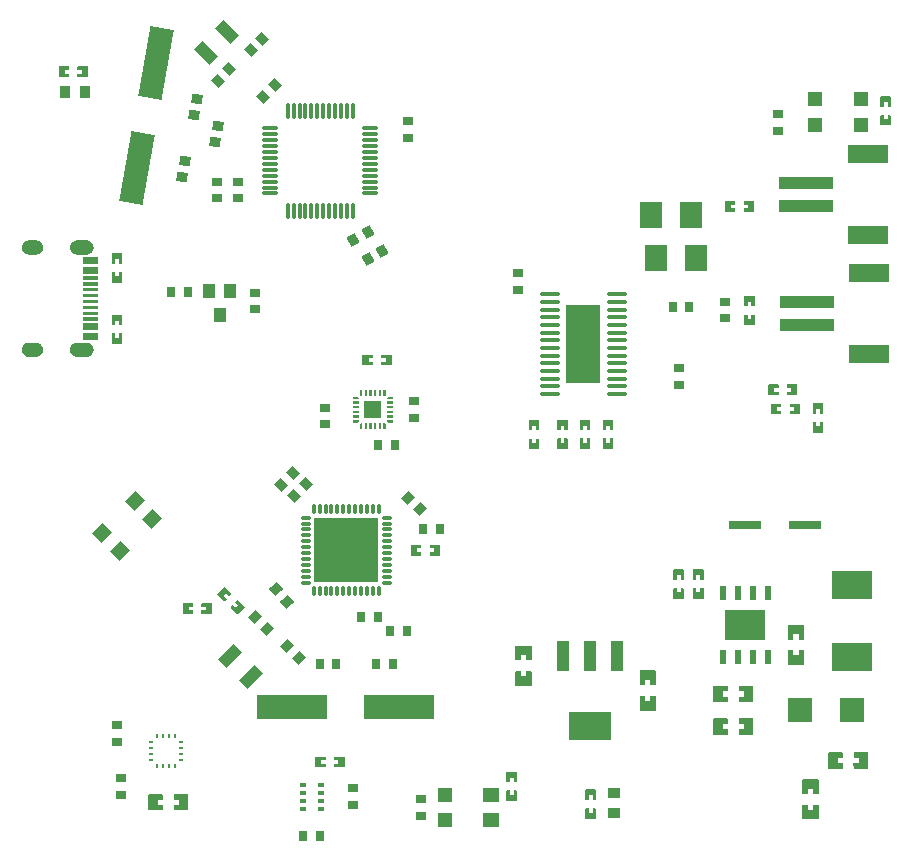
<source format=gtp>
G04 Layer: TopPasteMaskLayer*
G04 EasyEDA v6.5.40, 2024-05-01 14:29:32*
G04 7703e67730494ffebf129c6139567d94,10*
G04 Gerber Generator version 0.2*
G04 Scale: 100 percent, Rotated: No, Reflected: No *
G04 Dimensions in millimeters *
G04 leading zeros omitted , absolute positions ,4 integer and 5 decimal *
%FSLAX45Y45*%
%MOMM*%

%AMMACRO1*21,1,$1,$2,0,0,$3*%
%AMMACRO2*4,1,4,0.2827,0.9898,0.9898,0.2827,-0.2827,-0.9898,-0.9898,-0.2827,0.2827,0.9898,0*%
%AMMACRO3*4,1,4,0.99,-0.283,0.2828,-0.9898,-0.99,0.2827,-0.2828,0.9898,0.99,-0.283,0*%
%AMMACRO4*4,1,4,0.99,-0.2828,0.2828,-0.99,-0.99,0.2828,-0.2828,0.99,0.99,-0.2828,0*%
%ADD10R,1.9000X2.2900*%
%ADD11MACRO1,0.8X0.9X-135.0000*%
%ADD12MACRO1,0.8X0.9002X-135.0000*%
%ADD13MACRO1,0.8001X0.9X44.9871*%
%ADD14MACRO1,0.8001X0.9002X45.0129*%
%ADD15R,0.9000X0.8000*%
%ADD16MACRO1,0.8001X0.9X29.9998*%
%ADD17MACRO1,0.7999X0.9001X30.0089*%
%ADD18MACRO1,0.8001X0.9002X-100.0006*%
%ADD19MACRO1,0.8001X0.9002X79.9994*%
%ADD20MACRO1,0.7998X0.9001X79.9962*%
%ADD21R,0.8999X1.0000*%
%ADD22R,3.5000X2.3500*%
%ADD23R,4.5999X1.0008*%
%ADD24R,3.4011X1.6002*%
%ADD25R,1.3005X1.1506*%
%ADD26MACRO1,1.3005X1.1506X0.0000*%
%ADD27R,2.8000X0.8000*%
%ADD28R,2.0000X2.0000*%
%ADD29O,1.7314926000000002X0.3430016*%
%ADD30R,2.9000X6.7000*%
%ADD31R,1.0000X0.8999*%
%ADD32R,1.1000X2.5000*%
%ADD33MACRO1,3.5999X2.3398X0.0000*%
%ADD34R,0.6000X1.3000*%
%ADD35R,3.5000X2.5000*%
%ADD36R,0.6000X0.4000*%
%ADD37R,0.4500X0.2500*%
%ADD38R,0.2500X0.4500*%
%ADD39O,1.499997X0.27000199999999996*%
%ADD40O,0.27000199999999996X1.499997*%
%ADD41O,0.2800096X0.8999982*%
%ADD42O,0.8999982X0.2800096*%
%ADD43R,5.5000X5.5000*%
%ADD44MACRO2*%
%ADD45MACRO3*%
%ADD46MACRO4*%
%ADD47R,0.8000X0.9000*%
%ADD48MACRO1,0.8001X0.9X-45.0129*%
%ADD49MACRO1,0.8X0.9002X-45.0000*%
%ADD50MACRO1,0.8X0.9002X135.0000*%
%ADD51MACRO1,0.8001X0.8999X79.9994*%
%ADD52MACRO1,0.7998X0.8999X79.9962*%
%ADD53MACRO1,6.0002X2.0002X-99.9998*%
%ADD54MACRO1,6X1.9999X-100.0003*%
%ADD55R,6.0000X2.0000*%
%ADD56MACRO1,0.7999X0.9001X-135.9906*%
%ADD57MACRO1,0.8001X0.9X-136.0033*%
%ADD58MACRO1,0.8001X0.9X-49.9965*%
%ADD59MACRO1,0.7998X0.9X-49.9987*%
%ADD60R,1.0160X1.1430*%
%ADD61MACRO1,1.3005X1.1506X-134.9921*%
%ADD62MACRO1,1.3003X1.1506X-135.0000*%
%ADD63MACRO1,1.3005X1.1509X-134.9921*%
%ADD64MACRO1,1.3005X1.1506X-135.0079*%
%ADD65C,0.0169*%

%LPD*%
G36*
X6395466Y-3255010D02*
G01*
X6390487Y-3259988D01*
X6390487Y-3339998D01*
X6395466Y-3344976D01*
X6475476Y-3344976D01*
X6480505Y-3339998D01*
X6480505Y-3317189D01*
X6443472Y-3317189D01*
X6443472Y-3284169D01*
X6480505Y-3284169D01*
X6480505Y-3259988D01*
X6475476Y-3255010D01*
G37*
G36*
X6555486Y-3255010D02*
G01*
X6550507Y-3259988D01*
X6550507Y-3284169D01*
X6588506Y-3284169D01*
X6588506Y-3317189D01*
X6550507Y-3317189D01*
X6550507Y-3339998D01*
X6555486Y-3344976D01*
X6634480Y-3344976D01*
X6639509Y-3339998D01*
X6639509Y-3259988D01*
X6634480Y-3255010D01*
G37*
G36*
X6579463Y-3420008D02*
G01*
X6574485Y-3424986D01*
X6574485Y-3447796D01*
X6611467Y-3447796D01*
X6611467Y-3480815D01*
X6574485Y-3480815D01*
X6574485Y-3504996D01*
X6579463Y-3509975D01*
X6659473Y-3509975D01*
X6664502Y-3504996D01*
X6664502Y-3424986D01*
X6659473Y-3420008D01*
G37*
G36*
X6420510Y-3420008D02*
G01*
X6415481Y-3424986D01*
X6415481Y-3504996D01*
X6420510Y-3509975D01*
X6499504Y-3509975D01*
X6504482Y-3504996D01*
X6504482Y-3480815D01*
X6466484Y-3480815D01*
X6466484Y-3447796D01*
X6504482Y-3447796D01*
X6504482Y-3424986D01*
X6499504Y-3420008D01*
G37*
G36*
X6774992Y-3574491D02*
G01*
X6769963Y-3579520D01*
X6769963Y-3659479D01*
X6774992Y-3664508D01*
X6855002Y-3664508D01*
X6859981Y-3659479D01*
X6859981Y-3579520D01*
X6855002Y-3574491D01*
X6832193Y-3574491D01*
X6832193Y-3611473D01*
X6799173Y-3611473D01*
X6799173Y-3574491D01*
G37*
G36*
X6774992Y-3415487D02*
G01*
X6769963Y-3420516D01*
X6769963Y-3499510D01*
X6774992Y-3504488D01*
X6799173Y-3504488D01*
X6799173Y-3466490D01*
X6832193Y-3466490D01*
X6832193Y-3504488D01*
X6855002Y-3504488D01*
X6859981Y-3499510D01*
X6859981Y-3420516D01*
X6855002Y-3415487D01*
G37*
G36*
X840130Y-2304491D02*
G01*
X835101Y-2309520D01*
X835101Y-2389479D01*
X840130Y-2394508D01*
X920089Y-2394508D01*
X925118Y-2389479D01*
X925118Y-2309520D01*
X920089Y-2304491D01*
X897331Y-2304491D01*
X897331Y-2341473D01*
X864311Y-2341473D01*
X864311Y-2304491D01*
G37*
G36*
X840130Y-2145487D02*
G01*
X835101Y-2150516D01*
X835101Y-2229510D01*
X840130Y-2234488D01*
X864311Y-2234488D01*
X864311Y-2196490D01*
X897331Y-2196490D01*
X897331Y-2234488D01*
X920089Y-2234488D01*
X925118Y-2229510D01*
X925118Y-2150516D01*
X920089Y-2145487D01*
G37*
G36*
X4850028Y-6844487D02*
G01*
X4844999Y-6849516D01*
X4844999Y-6929475D01*
X4850028Y-6934504D01*
X4929987Y-6934504D01*
X4935016Y-6929475D01*
X4935016Y-6849516D01*
X4929987Y-6844487D01*
X4907229Y-6844487D01*
X4907229Y-6881520D01*
X4874209Y-6881520D01*
X4874209Y-6844487D01*
G37*
G36*
X4850028Y-6685483D02*
G01*
X4844999Y-6690512D01*
X4844999Y-6769506D01*
X4850028Y-6774484D01*
X4874209Y-6774484D01*
X4874209Y-6736486D01*
X4907229Y-6736486D01*
X4907229Y-6774484D01*
X4929987Y-6774484D01*
X4935016Y-6769506D01*
X4935016Y-6690512D01*
X4929987Y-6685483D01*
G37*
G36*
X592378Y-2820060D02*
G01*
X592378Y-2880055D01*
X722376Y-2880055D01*
X722376Y-2820060D01*
G37*
G36*
X592328Y-2440025D02*
G01*
X592328Y-2470048D01*
X722376Y-2470048D01*
X722376Y-2440025D01*
G37*
G36*
X592328Y-2180031D02*
G01*
X592328Y-2240026D01*
X722376Y-2240026D01*
X722325Y-2180031D01*
G37*
G36*
X592328Y-2540050D02*
G01*
X592328Y-2570022D01*
X722376Y-2570022D01*
X722376Y-2540050D01*
G37*
G36*
X592328Y-2690063D02*
G01*
X592328Y-2720035D01*
X722325Y-2720035D01*
X722325Y-2690063D01*
G37*
G36*
X592328Y-2390038D02*
G01*
X592328Y-2420061D01*
X722325Y-2420061D01*
X722325Y-2390038D01*
G37*
G36*
X592328Y-2640025D02*
G01*
X592328Y-2669997D01*
X722325Y-2669997D01*
X722325Y-2640025D01*
G37*
G36*
X592328Y-2590038D02*
G01*
X592328Y-2620060D01*
X722325Y-2620060D01*
X722325Y-2590038D01*
G37*
G36*
X592328Y-2340051D02*
G01*
X592328Y-2370023D01*
X722325Y-2370023D01*
X722325Y-2340051D01*
G37*
G36*
X592328Y-2490063D02*
G01*
X592328Y-2520035D01*
X722325Y-2520035D01*
X722325Y-2490063D01*
G37*
G36*
X592328Y-2260041D02*
G01*
X592328Y-2320036D01*
X722325Y-2320036D01*
X722325Y-2260041D01*
G37*
G36*
X540512Y-2037537D02*
G01*
X534517Y-2037842D01*
X528624Y-2038705D01*
X522833Y-2040178D01*
X517194Y-2042210D01*
X511809Y-2044852D01*
X506730Y-2047951D01*
X501954Y-2051557D01*
X497535Y-2055622D01*
X493623Y-2060092D01*
X490118Y-2064969D01*
X487121Y-2070150D01*
X484682Y-2075586D01*
X482752Y-2081275D01*
X481431Y-2087118D01*
X480669Y-2093061D01*
X480517Y-2099005D01*
X480974Y-2104999D01*
X481990Y-2110892D01*
X483616Y-2116632D01*
X485800Y-2122220D01*
X488543Y-2127504D01*
X491794Y-2132533D01*
X495503Y-2137206D01*
X499719Y-2141524D01*
X504291Y-2145334D01*
X509219Y-2148738D01*
X514502Y-2151583D01*
X519988Y-2153920D01*
X525729Y-2155647D01*
X531571Y-2156866D01*
X537514Y-2157425D01*
X620522Y-2157526D01*
X626465Y-2157222D01*
X632409Y-2156358D01*
X638200Y-2154834D01*
X643839Y-2152802D01*
X649224Y-2150211D01*
X654304Y-2147112D01*
X659079Y-2143506D01*
X663448Y-2139442D01*
X667410Y-2134920D01*
X670915Y-2130094D01*
X673912Y-2124913D01*
X676351Y-2119426D01*
X678281Y-2113788D01*
X679602Y-2107946D01*
X680364Y-2102002D01*
X680516Y-2096007D01*
X680059Y-2090064D01*
X678992Y-2084171D01*
X677367Y-2078431D01*
X675182Y-2072843D01*
X672490Y-2067509D01*
X669239Y-2062480D01*
X665480Y-2057806D01*
X661314Y-2053539D01*
X656742Y-2049678D01*
X651814Y-2046325D01*
X646531Y-2043480D01*
X641045Y-2041143D01*
X635304Y-2039366D01*
X629462Y-2038197D01*
X623519Y-2037588D01*
G37*
G36*
X540512Y-2902559D02*
G01*
X534517Y-2902864D01*
X528624Y-2903728D01*
X522833Y-2905201D01*
X517194Y-2907233D01*
X511809Y-2909874D01*
X506730Y-2912973D01*
X501954Y-2916580D01*
X497535Y-2920644D01*
X493623Y-2925114D01*
X490118Y-2929991D01*
X487121Y-2935173D01*
X484682Y-2940608D01*
X482752Y-2946298D01*
X481431Y-2952140D01*
X480669Y-2958084D01*
X480517Y-2964027D01*
X480974Y-2970022D01*
X481990Y-2975914D01*
X483616Y-2981655D01*
X485800Y-2987243D01*
X488543Y-2992526D01*
X491794Y-2997555D01*
X495503Y-3002229D01*
X499719Y-3006547D01*
X504291Y-3010357D01*
X509219Y-3013760D01*
X514502Y-3016605D01*
X519988Y-3018942D01*
X525729Y-3020669D01*
X531571Y-3021888D01*
X537514Y-3022447D01*
X620522Y-3022549D01*
X626465Y-3022244D01*
X632409Y-3021380D01*
X638200Y-3019907D01*
X643839Y-3017824D01*
X649224Y-3015234D01*
X654304Y-3012135D01*
X659079Y-3008528D01*
X663448Y-3004464D01*
X667410Y-2999943D01*
X670915Y-2995117D01*
X673912Y-2989935D01*
X676351Y-2984449D01*
X678281Y-2978810D01*
X679602Y-2972968D01*
X680364Y-2967024D01*
X680516Y-2961030D01*
X680059Y-2955086D01*
X678992Y-2949194D01*
X677367Y-2943453D01*
X675182Y-2937865D01*
X672490Y-2932531D01*
X669239Y-2927502D01*
X665480Y-2922828D01*
X661314Y-2918561D01*
X656742Y-2914700D01*
X651814Y-2911348D01*
X646531Y-2908503D01*
X641045Y-2906166D01*
X635304Y-2904388D01*
X629462Y-2903220D01*
X623519Y-2902610D01*
G37*
G36*
X132537Y-2037537D02*
G01*
X126542Y-2037842D01*
X120650Y-2038705D01*
X114858Y-2040178D01*
X109220Y-2042210D01*
X103835Y-2044852D01*
X98704Y-2047951D01*
X93929Y-2051557D01*
X89560Y-2055622D01*
X85598Y-2060092D01*
X82143Y-2064969D01*
X79146Y-2070150D01*
X76657Y-2075586D01*
X74777Y-2081275D01*
X73456Y-2087118D01*
X72694Y-2093061D01*
X72542Y-2099005D01*
X72999Y-2104999D01*
X74015Y-2110892D01*
X75641Y-2116632D01*
X77825Y-2122220D01*
X80568Y-2127504D01*
X83820Y-2132533D01*
X87528Y-2137206D01*
X91694Y-2141524D01*
X96316Y-2145334D01*
X101244Y-2148738D01*
X106476Y-2151583D01*
X112014Y-2153920D01*
X117703Y-2155647D01*
X123596Y-2156866D01*
X129539Y-2157425D01*
X192532Y-2157526D01*
X198475Y-2157222D01*
X204419Y-2156358D01*
X210210Y-2154834D01*
X215849Y-2152802D01*
X221234Y-2150211D01*
X226314Y-2147112D01*
X231089Y-2143506D01*
X235458Y-2139442D01*
X239420Y-2134920D01*
X242925Y-2130094D01*
X245922Y-2124913D01*
X248361Y-2119426D01*
X250291Y-2113788D01*
X251612Y-2107946D01*
X252374Y-2102002D01*
X252475Y-2096007D01*
X252069Y-2090064D01*
X251002Y-2084171D01*
X249377Y-2078431D01*
X247192Y-2072843D01*
X244500Y-2067509D01*
X241249Y-2062480D01*
X237490Y-2057806D01*
X233324Y-2053539D01*
X228752Y-2049678D01*
X223824Y-2046325D01*
X218541Y-2043480D01*
X213055Y-2041143D01*
X207314Y-2039366D01*
X201472Y-2038197D01*
X195529Y-2037588D01*
G37*
G36*
X132537Y-2902559D02*
G01*
X126542Y-2902864D01*
X120650Y-2903728D01*
X114858Y-2905201D01*
X109220Y-2907233D01*
X103835Y-2909874D01*
X98704Y-2912973D01*
X93929Y-2916580D01*
X89560Y-2920644D01*
X85598Y-2925114D01*
X82143Y-2929991D01*
X79146Y-2935173D01*
X76657Y-2940608D01*
X74777Y-2946298D01*
X73456Y-2952140D01*
X72694Y-2958084D01*
X72542Y-2964027D01*
X72999Y-2970022D01*
X74015Y-2975914D01*
X75641Y-2981655D01*
X77825Y-2987243D01*
X80568Y-2992526D01*
X83820Y-2997555D01*
X87528Y-3002229D01*
X91694Y-3006547D01*
X96316Y-3010357D01*
X101244Y-3013760D01*
X106476Y-3016605D01*
X112014Y-3018942D01*
X117703Y-3020669D01*
X123596Y-3021888D01*
X129539Y-3022447D01*
X192532Y-3022549D01*
X198475Y-3022244D01*
X204419Y-3021380D01*
X210210Y-3019907D01*
X215849Y-3017824D01*
X221234Y-3015234D01*
X226314Y-3012135D01*
X231089Y-3008528D01*
X235458Y-3004464D01*
X239420Y-2999943D01*
X242925Y-2995117D01*
X245922Y-2989935D01*
X248361Y-2984449D01*
X250291Y-2978810D01*
X251612Y-2972968D01*
X252374Y-2967024D01*
X252475Y-2961030D01*
X252069Y-2955086D01*
X251002Y-2949194D01*
X249377Y-2943453D01*
X247192Y-2937865D01*
X244500Y-2932531D01*
X241249Y-2927502D01*
X237490Y-2922828D01*
X233324Y-2918561D01*
X228752Y-2914700D01*
X223824Y-2911348D01*
X218541Y-2908503D01*
X213055Y-2906166D01*
X207314Y-2904388D01*
X201472Y-2903220D01*
X195529Y-2902610D01*
G37*
G36*
X592378Y-2740050D02*
G01*
X592378Y-2800045D01*
X722376Y-2800045D01*
X722376Y-2740050D01*
G37*
G36*
X2721762Y-6409131D02*
G01*
X2716733Y-6414160D01*
X2716733Y-6436918D01*
X2753715Y-6436918D01*
X2753715Y-6469938D01*
X2716733Y-6469938D01*
X2716733Y-6494119D01*
X2721762Y-6499148D01*
X2801721Y-6499148D01*
X2806750Y-6494119D01*
X2806750Y-6414160D01*
X2801721Y-6409131D01*
G37*
G36*
X2562758Y-6409131D02*
G01*
X2557729Y-6414160D01*
X2557729Y-6494119D01*
X2562758Y-6499148D01*
X2641752Y-6499148D01*
X2646730Y-6494119D01*
X2646730Y-6469938D01*
X2608732Y-6469938D01*
X2608732Y-6436918D01*
X2646730Y-6436918D01*
X2646730Y-6414160D01*
X2641752Y-6409131D01*
G37*
G36*
X1784299Y-4971288D02*
G01*
X1727707Y-5027879D01*
X1727707Y-5034940D01*
X1784299Y-5091480D01*
X1791360Y-5091480D01*
X1807464Y-5075377D01*
X1781302Y-5049215D01*
X1804670Y-5025898D01*
X1830832Y-5052060D01*
X1847951Y-5034940D01*
X1847951Y-5027879D01*
X1791360Y-4971288D01*
G37*
G36*
X1897430Y-5084419D02*
G01*
X1880311Y-5101539D01*
X1907184Y-5128412D01*
X1883867Y-5151729D01*
X1856993Y-5124907D01*
X1840839Y-5141010D01*
X1840839Y-5148072D01*
X1896719Y-5203952D01*
X1903780Y-5203952D01*
X1960372Y-5147360D01*
X1960372Y-5140299D01*
X1904492Y-5084419D01*
G37*
G36*
X1599488Y-5109972D02*
G01*
X1594510Y-5115001D01*
X1594510Y-5137810D01*
X1631492Y-5137810D01*
X1631492Y-5170779D01*
X1594510Y-5170779D01*
X1594510Y-5195011D01*
X1599488Y-5199989D01*
X1679498Y-5199989D01*
X1684477Y-5195011D01*
X1684477Y-5115001D01*
X1679498Y-5109972D01*
G37*
G36*
X1440484Y-5109972D02*
G01*
X1435506Y-5115001D01*
X1435506Y-5195011D01*
X1440484Y-5199989D01*
X1519478Y-5199989D01*
X1524508Y-5195011D01*
X1524508Y-5170779D01*
X1486509Y-5170779D01*
X1486509Y-5137810D01*
X1524508Y-5137810D01*
X1524508Y-5115001D01*
X1519478Y-5109972D01*
G37*
G36*
X2960471Y-3004972D02*
G01*
X2955493Y-3010001D01*
X2955493Y-3090011D01*
X2960471Y-3094990D01*
X3040481Y-3094990D01*
X3045510Y-3090011D01*
X3045510Y-3067202D01*
X3008477Y-3067202D01*
X3008477Y-3034182D01*
X3045510Y-3034182D01*
X3045510Y-3010001D01*
X3040481Y-3004972D01*
G37*
G36*
X3120491Y-3004972D02*
G01*
X3115513Y-3010001D01*
X3115513Y-3034182D01*
X3153511Y-3034182D01*
X3153511Y-3067202D01*
X3115513Y-3067202D01*
X3115513Y-3090011D01*
X3120491Y-3094990D01*
X3199485Y-3094990D01*
X3204514Y-3090011D01*
X3204514Y-3010001D01*
X3199485Y-3004972D01*
G37*
G36*
X4369968Y-3555492D02*
G01*
X4364990Y-3560470D01*
X4364990Y-3640480D01*
X4369968Y-3645509D01*
X4392777Y-3645509D01*
X4392777Y-3608476D01*
X4425797Y-3608476D01*
X4425797Y-3645509D01*
X4449978Y-3645509D01*
X4455007Y-3640480D01*
X4455007Y-3560470D01*
X4449978Y-3555492D01*
G37*
G36*
X4369968Y-3715512D02*
G01*
X4364990Y-3720490D01*
X4364990Y-3799484D01*
X4369968Y-3804513D01*
X4449978Y-3804513D01*
X4455007Y-3799484D01*
X4455007Y-3720490D01*
X4449978Y-3715512D01*
X4425797Y-3715512D01*
X4425797Y-3753510D01*
X4392777Y-3753510D01*
X4392777Y-3715512D01*
G37*
G36*
X5932525Y-6083960D02*
G01*
X5927496Y-6088989D01*
X5927496Y-6216954D01*
X5932525Y-6221984D01*
X6047536Y-6221984D01*
X6052515Y-6216954D01*
X6052007Y-6174994D01*
X6008014Y-6174994D01*
X6008014Y-6129985D01*
X6053023Y-6129985D01*
X6052515Y-6088989D01*
X6047536Y-6083960D01*
G37*
G36*
X6147511Y-6083960D02*
G01*
X6142532Y-6088989D01*
X6143040Y-6129985D01*
X6187033Y-6129985D01*
X6187033Y-6174994D01*
X6142532Y-6174994D01*
X6142532Y-6216954D01*
X6147511Y-6221984D01*
X6262522Y-6221984D01*
X6267500Y-6216954D01*
X6267500Y-6088989D01*
X6262522Y-6083960D01*
G37*
G36*
X6604508Y-5506872D02*
G01*
X6563512Y-5507380D01*
X6558483Y-5512409D01*
X6558483Y-5627370D01*
X6563512Y-5632399D01*
X6691477Y-5632399D01*
X6696506Y-5627370D01*
X6696506Y-5512409D01*
X6691477Y-5507380D01*
X6649516Y-5507888D01*
X6649516Y-5551881D01*
X6604508Y-5551881D01*
G37*
G36*
X6563512Y-5292394D02*
G01*
X6558483Y-5297373D01*
X6558483Y-5412384D01*
X6563512Y-5417362D01*
X6604508Y-5416905D01*
X6604508Y-5372862D01*
X6649516Y-5372862D01*
X6649516Y-5417362D01*
X6691477Y-5417362D01*
X6696506Y-5412384D01*
X6696506Y-5297373D01*
X6691477Y-5292394D01*
G37*
G36*
X5932525Y-5808980D02*
G01*
X5927496Y-5813958D01*
X5927496Y-5941974D01*
X5932525Y-5946952D01*
X6047536Y-5946952D01*
X6052515Y-5941974D01*
X6052007Y-5899962D01*
X6008014Y-5899962D01*
X6008014Y-5855004D01*
X6053023Y-5855004D01*
X6052515Y-5813958D01*
X6047536Y-5808980D01*
G37*
G36*
X6147511Y-5808980D02*
G01*
X6142532Y-5813958D01*
X6143040Y-5855004D01*
X6187033Y-5855004D01*
X6187033Y-5899962D01*
X6142532Y-5899962D01*
X6142532Y-5941974D01*
X6147511Y-5946952D01*
X6262522Y-5946952D01*
X6267500Y-5941974D01*
X6267500Y-5813958D01*
X6262522Y-5808980D01*
G37*
G36*
X5594908Y-4820462D02*
G01*
X5589930Y-4825492D01*
X5589930Y-4905502D01*
X5594908Y-4910480D01*
X5617718Y-4910480D01*
X5617718Y-4873498D01*
X5650738Y-4873498D01*
X5650738Y-4910480D01*
X5674918Y-4910480D01*
X5679897Y-4905502D01*
X5679897Y-4825492D01*
X5674918Y-4820462D01*
G37*
G36*
X5594908Y-4980482D02*
G01*
X5589930Y-4985461D01*
X5589930Y-5064455D01*
X5594908Y-5069484D01*
X5674918Y-5069484D01*
X5679897Y-5064455D01*
X5679897Y-4985461D01*
X5674918Y-4980482D01*
X5650738Y-4980482D01*
X5650738Y-5018481D01*
X5617718Y-5018481D01*
X5617718Y-4980482D01*
G37*
G36*
X5760008Y-4979466D02*
G01*
X5755030Y-4984496D01*
X5755030Y-5064506D01*
X5760008Y-5069484D01*
X5840018Y-5069484D01*
X5844997Y-5064506D01*
X5844997Y-4984496D01*
X5840018Y-4979466D01*
X5817209Y-4979466D01*
X5817209Y-5016500D01*
X5784240Y-5016500D01*
X5784240Y-4979466D01*
G37*
G36*
X5760008Y-4820462D02*
G01*
X5755030Y-4825492D01*
X5755030Y-4904486D01*
X5760008Y-4909464D01*
X5784240Y-4909464D01*
X5784240Y-4871466D01*
X5817209Y-4871466D01*
X5817209Y-4909464D01*
X5840018Y-4909464D01*
X5844997Y-4904486D01*
X5844997Y-4825492D01*
X5840018Y-4820462D01*
G37*
G36*
X3162503Y-3519982D02*
G01*
X3162503Y-3539998D01*
X3212998Y-3539998D01*
X3212998Y-3519982D01*
G37*
G36*
X3172460Y-3360013D02*
G01*
X3162452Y-3369970D01*
X3162503Y-3379978D01*
X3212998Y-3379978D01*
X3212998Y-3360013D01*
G37*
G36*
X3162503Y-3399993D02*
G01*
X3162503Y-3420008D01*
X3212998Y-3420008D01*
X3212998Y-3399993D01*
G37*
G36*
X3162503Y-3480003D02*
G01*
X3162503Y-3499967D01*
X3212998Y-3499967D01*
X3212998Y-3480003D01*
G37*
G36*
X3162503Y-3440023D02*
G01*
X3162503Y-3459987D01*
X3212998Y-3459987D01*
X3212998Y-3440023D01*
G37*
G36*
X3162503Y-3560013D02*
G01*
X3162452Y-3570020D01*
X3172460Y-3579977D01*
X3212998Y-3579977D01*
X3212998Y-3560013D01*
G37*
G36*
X3135020Y-3302000D02*
G01*
X3135020Y-3352495D01*
X3144977Y-3352546D01*
X3154984Y-3342538D01*
X3154984Y-3302000D01*
G37*
G36*
X3144977Y-3587445D02*
G01*
X3134969Y-3587496D01*
X3134969Y-3637991D01*
X3154984Y-3637991D01*
X3154984Y-3597452D01*
G37*
G36*
X3094990Y-3302000D02*
G01*
X3094990Y-3352495D01*
X3115005Y-3352495D01*
X3115005Y-3302000D01*
G37*
G36*
X3094990Y-3587496D02*
G01*
X3094990Y-3637991D01*
X3115005Y-3637991D01*
X3115005Y-3587496D01*
G37*
G36*
X3054959Y-3302000D02*
G01*
X3054959Y-3352495D01*
X3074974Y-3352495D01*
X3074974Y-3302000D01*
G37*
G36*
X3054959Y-3587496D02*
G01*
X3054959Y-3637991D01*
X3074974Y-3637991D01*
X3074974Y-3587496D01*
G37*
G36*
X3015030Y-3302000D02*
G01*
X3015030Y-3352495D01*
X3034995Y-3352495D01*
X3034995Y-3302000D01*
G37*
G36*
X3015030Y-3587496D02*
G01*
X3015030Y-3637991D01*
X3034995Y-3637991D01*
X3034995Y-3587496D01*
G37*
G36*
X2975000Y-3302000D02*
G01*
X2975000Y-3352495D01*
X2995015Y-3352495D01*
X2995015Y-3302000D01*
G37*
G36*
X2975000Y-3587496D02*
G01*
X2975000Y-3637991D01*
X2995015Y-3637991D01*
X2995015Y-3587496D01*
G37*
G36*
X2935020Y-3302000D02*
G01*
X2935020Y-3342538D01*
X2944977Y-3352546D01*
X2954985Y-3352495D01*
X2954985Y-3302000D01*
G37*
G36*
X2944977Y-3587445D02*
G01*
X2934970Y-3597452D01*
X2934970Y-3637991D01*
X2954985Y-3637991D01*
X2954985Y-3587496D01*
G37*
G36*
X2877007Y-3360013D02*
G01*
X2877007Y-3380028D01*
X2927502Y-3380028D01*
X2927553Y-3370021D01*
X2917545Y-3360013D01*
G37*
G36*
X2877007Y-3560013D02*
G01*
X2877007Y-3579977D01*
X2917545Y-3579977D01*
X2927553Y-3570020D01*
X2927502Y-3560013D01*
G37*
G36*
X2877007Y-3519982D02*
G01*
X2877007Y-3539998D01*
X2927502Y-3539998D01*
X2927502Y-3519982D01*
G37*
G36*
X2877007Y-3399993D02*
G01*
X2877007Y-3420008D01*
X2927502Y-3420008D01*
X2927502Y-3399993D01*
G37*
G36*
X2877007Y-3480003D02*
G01*
X2877007Y-3499967D01*
X2927502Y-3499967D01*
X2927502Y-3480003D01*
G37*
G36*
X2877007Y-3440023D02*
G01*
X2877007Y-3459987D01*
X2927502Y-3459987D01*
X2927502Y-3440023D01*
G37*
G36*
X2972968Y-3398012D02*
G01*
X2972968Y-3541979D01*
X3116986Y-3541979D01*
X3116986Y-3398012D01*
G37*
G36*
X4610100Y-3714546D02*
G01*
X4605121Y-3719576D01*
X4605121Y-3799535D01*
X4610100Y-3804564D01*
X4690110Y-3804564D01*
X4695088Y-3799535D01*
X4695088Y-3719576D01*
X4690110Y-3714546D01*
X4667300Y-3714546D01*
X4667300Y-3751579D01*
X4634331Y-3751579D01*
X4634331Y-3714546D01*
G37*
G36*
X4610100Y-3555542D02*
G01*
X4605121Y-3560572D01*
X4605121Y-3639565D01*
X4610100Y-3644544D01*
X4634331Y-3644544D01*
X4634331Y-3606546D01*
X4667300Y-3606546D01*
X4667300Y-3644544D01*
X4690110Y-3644544D01*
X4695088Y-3639565D01*
X4695088Y-3560572D01*
X4690110Y-3555542D01*
G37*
G36*
X4800092Y-3714546D02*
G01*
X4795113Y-3719576D01*
X4795113Y-3799535D01*
X4800092Y-3804564D01*
X4880102Y-3804564D01*
X4885080Y-3799535D01*
X4885080Y-3719576D01*
X4880102Y-3714546D01*
X4857292Y-3714546D01*
X4857292Y-3751579D01*
X4824323Y-3751579D01*
X4824323Y-3714546D01*
G37*
G36*
X4800092Y-3555542D02*
G01*
X4795113Y-3560572D01*
X4795113Y-3639565D01*
X4800092Y-3644544D01*
X4824323Y-3644544D01*
X4824323Y-3606546D01*
X4857292Y-3606546D01*
X4857292Y-3644544D01*
X4880102Y-3644544D01*
X4885080Y-3639565D01*
X4885080Y-3560572D01*
X4880102Y-3555542D01*
G37*
G36*
X4994910Y-3714546D02*
G01*
X4989931Y-3719576D01*
X4989931Y-3799535D01*
X4994910Y-3804564D01*
X5074920Y-3804564D01*
X5079898Y-3799535D01*
X5079898Y-3719576D01*
X5074920Y-3714546D01*
X5052110Y-3714546D01*
X5052110Y-3751579D01*
X5019141Y-3751579D01*
X5019141Y-3714546D01*
G37*
G36*
X4994910Y-3555542D02*
G01*
X4989931Y-3560572D01*
X4989931Y-3639565D01*
X4994910Y-3644544D01*
X5019141Y-3644544D01*
X5019141Y-3606546D01*
X5052110Y-3606546D01*
X5052110Y-3644544D01*
X5074920Y-3644544D01*
X5079898Y-3639565D01*
X5079898Y-3560572D01*
X5074920Y-3555542D01*
G37*
G36*
X4179976Y-6694474D02*
G01*
X4174998Y-6699503D01*
X4174998Y-6779514D01*
X4179976Y-6784492D01*
X4259986Y-6784492D01*
X4264964Y-6779514D01*
X4264964Y-6699503D01*
X4259986Y-6694474D01*
X4237177Y-6694474D01*
X4237177Y-6731508D01*
X4204208Y-6731508D01*
X4204208Y-6694474D01*
G37*
G36*
X4179976Y-6535470D02*
G01*
X4174998Y-6540500D01*
X4174998Y-6619494D01*
X4179976Y-6624472D01*
X4204208Y-6624472D01*
X4204208Y-6586474D01*
X4237177Y-6586474D01*
X4237177Y-6624472D01*
X4259986Y-6624472D01*
X4264964Y-6619494D01*
X4264964Y-6540500D01*
X4259986Y-6535470D01*
G37*
G36*
X3530396Y-4616196D02*
G01*
X3525367Y-4621174D01*
X3525367Y-4643983D01*
X3562400Y-4643983D01*
X3562400Y-4676952D01*
X3525367Y-4676952D01*
X3525367Y-4701184D01*
X3530396Y-4706162D01*
X3610356Y-4706162D01*
X3615385Y-4701184D01*
X3615385Y-4621174D01*
X3610356Y-4616196D01*
G37*
G36*
X3371392Y-4616196D02*
G01*
X3366363Y-4621174D01*
X3366363Y-4701184D01*
X3371392Y-4706162D01*
X3450386Y-4706162D01*
X3455365Y-4701184D01*
X3455365Y-4676952D01*
X3417366Y-4676952D01*
X3417366Y-4643983D01*
X3455365Y-4643983D01*
X3455365Y-4621174D01*
X3450386Y-4616196D01*
G37*
G36*
X1147826Y-6725716D02*
G01*
X1142847Y-6730695D01*
X1142847Y-6858711D01*
X1147826Y-6863689D01*
X1262837Y-6863689D01*
X1267815Y-6858711D01*
X1267307Y-6816699D01*
X1223314Y-6816699D01*
X1223314Y-6771690D01*
X1268323Y-6771690D01*
X1267815Y-6730695D01*
X1262837Y-6725716D01*
G37*
G36*
X1362811Y-6725716D02*
G01*
X1357833Y-6730695D01*
X1358341Y-6771690D01*
X1402334Y-6771690D01*
X1402334Y-6816699D01*
X1357833Y-6816699D01*
X1357833Y-6858711D01*
X1362811Y-6863689D01*
X1477822Y-6863689D01*
X1482852Y-6858711D01*
X1482852Y-6730695D01*
X1477822Y-6725716D01*
G37*
G36*
X4297426Y-5682843D02*
G01*
X4256430Y-5683351D01*
X4251452Y-5688380D01*
X4251452Y-5803341D01*
X4256430Y-5808370D01*
X4384446Y-5808370D01*
X4389424Y-5803341D01*
X4389424Y-5688380D01*
X4384446Y-5683351D01*
X4342434Y-5683859D01*
X4342434Y-5727852D01*
X4297426Y-5727852D01*
G37*
G36*
X4256430Y-5468366D02*
G01*
X4251452Y-5473344D01*
X4251452Y-5588355D01*
X4256430Y-5593384D01*
X4297426Y-5592876D01*
X4297426Y-5548884D01*
X4342434Y-5548884D01*
X4342434Y-5593384D01*
X4384446Y-5593384D01*
X4389424Y-5588355D01*
X4389424Y-5473344D01*
X4384446Y-5468366D01*
G37*
G36*
X5349443Y-5892342D02*
G01*
X5308447Y-5892850D01*
X5303418Y-5897829D01*
X5303418Y-6012840D01*
X5308447Y-6017818D01*
X5436463Y-6017818D01*
X5441442Y-6012840D01*
X5441442Y-5897829D01*
X5436463Y-5892850D01*
X5394452Y-5893358D01*
X5394452Y-5937351D01*
X5349443Y-5937351D01*
G37*
G36*
X5308447Y-5677814D02*
G01*
X5303418Y-5682843D01*
X5303418Y-5797854D01*
X5308447Y-5802833D01*
X5349443Y-5802325D01*
X5349443Y-5758332D01*
X5394452Y-5758332D01*
X5394452Y-5802833D01*
X5436463Y-5802833D01*
X5441442Y-5797854D01*
X5441442Y-5682843D01*
X5436463Y-5677814D01*
G37*
G36*
X6685991Y-6599986D02*
G01*
X6680962Y-6604965D01*
X6680962Y-6719976D01*
X6685991Y-6725005D01*
X6728002Y-6724497D01*
X6728002Y-6680504D01*
X6772960Y-6680504D01*
X6772960Y-6725462D01*
X6814007Y-6725005D01*
X6818985Y-6719976D01*
X6818985Y-6604965D01*
X6814007Y-6599986D01*
G37*
G36*
X6685991Y-6814972D02*
G01*
X6680962Y-6820001D01*
X6680962Y-6934962D01*
X6685991Y-6939991D01*
X6814007Y-6939991D01*
X6818985Y-6934962D01*
X6818985Y-6820001D01*
X6814007Y-6814972D01*
X6772960Y-6815480D01*
X6772960Y-6859473D01*
X6728002Y-6859473D01*
X6728002Y-6814972D01*
G37*
G36*
X6195009Y-2505506D02*
G01*
X6189980Y-2510485D01*
X6189980Y-2590495D01*
X6195009Y-2595473D01*
X6217767Y-2595473D01*
X6217767Y-2558491D01*
X6250787Y-2558491D01*
X6250787Y-2595473D01*
X6274968Y-2595473D01*
X6279997Y-2590495D01*
X6279997Y-2510485D01*
X6274968Y-2505506D01*
G37*
G36*
X6195009Y-2665476D02*
G01*
X6189980Y-2670505D01*
X6189980Y-2749499D01*
X6195009Y-2754477D01*
X6274968Y-2754477D01*
X6279997Y-2749499D01*
X6279997Y-2670505D01*
X6274968Y-2665476D01*
X6250787Y-2665476D01*
X6250787Y-2703474D01*
X6217767Y-2703474D01*
X6217767Y-2665476D01*
G37*
G36*
X7119975Y-6370980D02*
G01*
X7114997Y-6376009D01*
X7115505Y-6417970D01*
X7159498Y-6417970D01*
X7159498Y-6462979D01*
X7114489Y-6462979D01*
X7114997Y-6503974D01*
X7119975Y-6509004D01*
X7234986Y-6509004D01*
X7239965Y-6503974D01*
X7239965Y-6376009D01*
X7234986Y-6370980D01*
G37*
G36*
X6904990Y-6370980D02*
G01*
X6900011Y-6376009D01*
X6900011Y-6503974D01*
X6904990Y-6509004D01*
X7020001Y-6509004D01*
X7024979Y-6503974D01*
X7024471Y-6462979D01*
X6980478Y-6462979D01*
X6980478Y-6417970D01*
X7024979Y-6417970D01*
X7024979Y-6376009D01*
X7020001Y-6370980D01*
G37*
G36*
X6030468Y-1705000D02*
G01*
X6025489Y-1709978D01*
X6025489Y-1789988D01*
X6030468Y-1795018D01*
X6110478Y-1795018D01*
X6115507Y-1789988D01*
X6115507Y-1767179D01*
X6078474Y-1767179D01*
X6078474Y-1734210D01*
X6115507Y-1734210D01*
X6115507Y-1709978D01*
X6110478Y-1705000D01*
G37*
G36*
X6190488Y-1705000D02*
G01*
X6185509Y-1709978D01*
X6185509Y-1734210D01*
X6223508Y-1734210D01*
X6223508Y-1767179D01*
X6185509Y-1767179D01*
X6185509Y-1789988D01*
X6190488Y-1795018D01*
X6269482Y-1795018D01*
X6274511Y-1789988D01*
X6274511Y-1709978D01*
X6269482Y-1705000D01*
G37*
G36*
X839978Y-2665476D02*
G01*
X834999Y-2670505D01*
X834999Y-2750515D01*
X839978Y-2755493D01*
X862787Y-2755493D01*
X862787Y-2718511D01*
X895807Y-2718511D01*
X895807Y-2755493D01*
X919987Y-2755493D01*
X925017Y-2750515D01*
X925017Y-2670505D01*
X919987Y-2665476D01*
G37*
G36*
X839978Y-2825496D02*
G01*
X834999Y-2830474D01*
X834999Y-2909468D01*
X839978Y-2914497D01*
X919987Y-2914497D01*
X925017Y-2909468D01*
X925017Y-2830474D01*
X919987Y-2825496D01*
X895807Y-2825496D01*
X895807Y-2863494D01*
X862787Y-2863494D01*
X862787Y-2825496D01*
G37*
G36*
X549503Y-564997D02*
G01*
X544474Y-569976D01*
X544474Y-592785D01*
X581507Y-592785D01*
X581507Y-625805D01*
X544474Y-625805D01*
X544474Y-649986D01*
X549503Y-655015D01*
X629513Y-655015D01*
X634492Y-649986D01*
X634492Y-569976D01*
X629513Y-564997D01*
G37*
G36*
X390499Y-564997D02*
G01*
X385521Y-569976D01*
X385521Y-649986D01*
X390499Y-655015D01*
X469493Y-655015D01*
X474522Y-649986D01*
X474522Y-625805D01*
X436524Y-625805D01*
X436524Y-592785D01*
X474522Y-592785D01*
X474522Y-569976D01*
X469493Y-564997D01*
G37*
G36*
X7346848Y-815746D02*
G01*
X7341870Y-820724D01*
X7341870Y-900734D01*
X7346848Y-905713D01*
X7369657Y-905713D01*
X7369657Y-868730D01*
X7402677Y-868730D01*
X7402677Y-905713D01*
X7426858Y-905713D01*
X7431836Y-900734D01*
X7431836Y-820724D01*
X7426858Y-815746D01*
G37*
G36*
X7346848Y-975715D02*
G01*
X7341870Y-980744D01*
X7341870Y-1059738D01*
X7346848Y-1064717D01*
X7426858Y-1064717D01*
X7431836Y-1059738D01*
X7431836Y-980744D01*
X7426858Y-975715D01*
X7402677Y-975715D01*
X7402677Y-1013714D01*
X7369657Y-1013714D01*
X7369657Y-975715D01*
G37*
D10*
G01*
X5398490Y-1819986D03*
G01*
X5741492Y-1819986D03*
G01*
X5438495Y-2189987D03*
G01*
X5781497Y-2189987D03*
D11*
G01*
X2010448Y-429488D03*
D12*
G01*
X2109431Y-330492D03*
D13*
G01*
X1829523Y-590588D03*
D14*
G01*
X1730540Y-689584D03*
D15*
G01*
X6476745Y-1110386D03*
G01*
X6476745Y-970381D03*
D11*
G01*
X2116112Y-819632D03*
D12*
G01*
X2215095Y-720636D03*
D15*
G01*
X3342640Y-1029817D03*
G01*
X3342640Y-1169822D03*
D16*
G01*
X3000667Y-1964994D03*
D17*
G01*
X2879432Y-2034997D03*
D16*
G01*
X3121317Y-2129078D03*
D17*
G01*
X3000082Y-2199081D03*
D15*
G01*
X1899996Y-1680006D03*
G01*
X1899996Y-1540002D03*
G01*
X1724990Y-1680006D03*
G01*
X1724990Y-1540002D03*
D18*
G01*
X1532928Y-979017D03*
G01*
X1557235Y-841146D03*
D19*
G01*
X1457159Y-1366164D03*
D20*
G01*
X1432852Y-1504035D03*
D21*
G01*
X435025Y-780110D03*
G01*
X605002Y-780110D03*
D22*
G01*
X7099274Y-4959121D03*
G01*
X7099274Y-5564098D03*
D23*
G01*
X6724650Y-2555925D03*
G01*
X6724650Y-2754045D03*
D24*
G01*
X7245350Y-2314625D03*
G01*
X7245350Y-2995345D03*
D23*
G01*
X6714642Y-1550923D03*
G01*
X6714642Y-1749069D03*
D24*
G01*
X7235342Y-1309649D03*
G01*
X7235342Y-1990369D03*
D25*
G01*
X3654425Y-6733311D03*
G01*
X3654425Y-6946671D03*
D26*
G01*
X4045585Y-6946671D03*
G01*
X4045585Y-6733311D03*
D27*
G01*
X6200013Y-4444974D03*
G01*
X6708013Y-4444974D03*
D28*
G01*
X7105015Y-6014973D03*
G01*
X6665010Y-6014973D03*
D29*
G01*
X5114188Y-3337915D03*
G01*
X5114188Y-3272917D03*
G01*
X5114188Y-3207918D03*
G01*
X5114188Y-3142919D03*
G01*
X5114188Y-3077921D03*
G01*
X5114188Y-3012922D03*
G01*
X5114188Y-2947923D03*
G01*
X5114188Y-2882925D03*
G01*
X5114188Y-2817901D03*
G01*
X5114188Y-2752902D03*
G01*
X5114188Y-2687904D03*
G01*
X5114188Y-2622905D03*
G01*
X5114188Y-2557906D03*
G01*
X5114188Y-2492908D03*
G01*
X4541037Y-3337915D03*
G01*
X4541037Y-3272917D03*
G01*
X4541037Y-3207918D03*
G01*
X4541037Y-3142919D03*
G01*
X4541037Y-3077921D03*
G01*
X4541037Y-3012922D03*
G01*
X4541037Y-2947923D03*
G01*
X4541037Y-2882925D03*
G01*
X4541037Y-2817901D03*
G01*
X4541037Y-2752902D03*
G01*
X4541037Y-2687904D03*
G01*
X4541037Y-2622905D03*
G01*
X4541037Y-2557906D03*
G01*
X4541037Y-2492908D03*
D30*
G01*
X4827600Y-2915386D03*
D31*
G01*
X5089982Y-6714997D03*
G01*
X5089982Y-6885000D03*
D32*
G01*
X5112435Y-5553862D03*
G01*
X4882438Y-5553862D03*
G01*
X4652441Y-5553862D03*
D33*
G01*
X4882451Y-6147866D03*
D34*
G01*
X6390513Y-5024983D03*
G01*
X6263513Y-5024983D03*
G01*
X6136513Y-5024983D03*
G01*
X6009513Y-5024983D03*
G01*
X6009513Y-5564962D03*
G01*
X6136513Y-5564962D03*
G01*
X6263513Y-5564962D03*
G01*
X6390513Y-5564962D03*
D35*
G01*
X6200038Y-5294985D03*
D36*
G01*
X2602484Y-6652488D03*
G01*
X2602484Y-6717512D03*
G01*
X2602484Y-6782485D03*
G01*
X2602484Y-6847509D03*
G01*
X2457500Y-6652488D03*
G01*
X2457500Y-6717512D03*
G01*
X2457500Y-6782485D03*
G01*
X2457500Y-6847509D03*
D37*
G01*
X1421307Y-6284950D03*
G01*
X1421307Y-6334988D03*
G01*
X1421307Y-6384950D03*
G01*
X1421307Y-6434962D03*
D38*
G01*
X1370025Y-6486296D03*
G01*
X1320012Y-6486296D03*
G01*
X1270025Y-6486296D03*
G01*
X1220012Y-6486296D03*
D37*
G01*
X1168704Y-6434988D03*
G01*
X1168704Y-6385001D03*
G01*
X1168704Y-6334988D03*
G01*
X1168704Y-6284976D03*
D38*
G01*
X1219987Y-6233693D03*
G01*
X1270000Y-6233693D03*
G01*
X1319987Y-6233693D03*
G01*
X1369999Y-6233693D03*
D39*
G01*
X2175002Y-1090015D03*
G01*
X2175002Y-1140028D03*
G01*
X2175002Y-1190015D03*
G01*
X2175002Y-1240028D03*
G01*
X2175002Y-1290015D03*
G01*
X2175002Y-1340027D03*
G01*
X2175002Y-1390014D03*
G01*
X2175002Y-1440027D03*
G01*
X2175002Y-1490014D03*
G01*
X2175002Y-1540027D03*
G01*
X2175002Y-1590014D03*
G01*
X2175002Y-1640027D03*
D40*
G01*
X2324988Y-1790014D03*
G01*
X2375001Y-1790014D03*
G01*
X2424963Y-1790014D03*
G01*
X2474975Y-1790014D03*
G01*
X2524963Y-1790014D03*
G01*
X2574975Y-1790014D03*
G01*
X2624988Y-1790014D03*
G01*
X2674975Y-1790014D03*
G01*
X2724988Y-1790014D03*
G01*
X2775000Y-1790014D03*
G01*
X2824988Y-1790014D03*
G01*
X2875000Y-1790014D03*
D39*
G01*
X3024987Y-1640027D03*
G01*
X3024987Y-1590014D03*
G01*
X3024987Y-1540027D03*
G01*
X3024987Y-1490014D03*
G01*
X3024987Y-1440027D03*
G01*
X3024987Y-1390014D03*
G01*
X3024987Y-1340027D03*
G01*
X3024987Y-1290015D03*
G01*
X3024987Y-1240028D03*
G01*
X3024987Y-1190015D03*
G01*
X3024987Y-1140028D03*
G01*
X3024987Y-1090015D03*
D40*
G01*
X2875000Y-940028D03*
G01*
X2824988Y-940028D03*
G01*
X2775000Y-940028D03*
G01*
X2724988Y-940028D03*
G01*
X2674975Y-940028D03*
G01*
X2624988Y-940028D03*
G01*
X2574975Y-940028D03*
G01*
X2524963Y-940028D03*
G01*
X2474975Y-940028D03*
G01*
X2424963Y-940028D03*
G01*
X2375001Y-940028D03*
G01*
X2324988Y-940028D03*
D41*
G01*
X2544927Y-5004943D03*
G01*
X2594940Y-5004943D03*
G01*
X2645003Y-5004943D03*
G01*
X2695041Y-5004943D03*
G01*
X2745079Y-5004943D03*
G01*
X2795092Y-5004943D03*
G01*
X2844901Y-5004943D03*
G01*
X2894939Y-5004943D03*
G01*
X2944977Y-5004943D03*
G01*
X2994990Y-5004943D03*
G01*
X3045053Y-5004943D03*
G01*
X3095091Y-5004943D03*
D42*
G01*
X3164941Y-4935093D03*
G01*
X3164941Y-4885054D03*
G01*
X3164941Y-4835017D03*
G01*
X3164941Y-4784979D03*
G01*
X3164941Y-4734940D03*
G01*
X3164941Y-4684903D03*
G01*
X3164941Y-4635119D03*
G01*
X3164941Y-4585080D03*
G01*
X3164941Y-4535043D03*
G01*
X3164941Y-4485004D03*
G01*
X3164941Y-4434967D03*
G01*
X3164941Y-4384929D03*
D41*
G01*
X3095091Y-4315079D03*
G01*
X3045053Y-4315079D03*
G01*
X2994990Y-4315079D03*
G01*
X2944977Y-4315079D03*
G01*
X2894939Y-4315079D03*
G01*
X2844901Y-4315079D03*
G01*
X2795092Y-4315079D03*
G01*
X2745079Y-4315079D03*
G01*
X2695041Y-4315079D03*
G01*
X2645003Y-4315079D03*
G01*
X2594940Y-4315079D03*
G01*
X2544927Y-4315079D03*
D42*
G01*
X2475077Y-4384929D03*
G01*
X2475077Y-4434967D03*
G01*
X2475077Y-4485004D03*
G01*
X2475077Y-4535043D03*
G01*
X2475077Y-4585080D03*
G01*
X2475077Y-4635119D03*
G01*
X2475077Y-4684903D03*
G01*
X2475077Y-4734940D03*
G01*
X2475077Y-4784979D03*
G01*
X2475077Y-4835017D03*
G01*
X2475077Y-4885054D03*
G01*
X2475077Y-4935093D03*
D43*
G01*
X2820009Y-4659985D03*
D25*
G01*
X7177328Y-1056919D03*
G01*
X7177328Y-843559D03*
G01*
X6786168Y-843559D03*
G01*
X6786168Y-1056919D03*
D44*
G01*
X1839468Y-5555488D03*
G01*
X2016252Y-5732272D03*
D45*
G01*
X1808391Y-271602D03*
D46*
G01*
X1631607Y-448398D03*
D47*
G01*
X3473297Y-4483100D03*
G01*
X3613302Y-4483100D03*
D48*
G01*
X2419311Y-5573991D03*
D49*
G01*
X2320328Y-5475008D03*
D50*
G01*
X2048548Y-5226088D03*
G01*
X2147531Y-5325071D03*
D51*
G01*
X1732153Y-1066063D03*
D52*
G01*
X1707845Y-1203934D03*
D53*
G01*
X1208138Y-536828D03*
D54*
G01*
X1051864Y-1423161D03*
D55*
G01*
X2364993Y-5989980D03*
G01*
X3264992Y-5989980D03*
D47*
G01*
X2594990Y-5619978D03*
G01*
X2734995Y-5619978D03*
G01*
X3215004Y-5619978D03*
G01*
X3075000Y-5619978D03*
D15*
G01*
X3450005Y-6909993D03*
G01*
X3450005Y-6769988D03*
D47*
G01*
X2454757Y-7081520D03*
G01*
X2594762Y-7081520D03*
G01*
X3229990Y-3769995D03*
G01*
X3089986Y-3769995D03*
D15*
G01*
X4277588Y-2455392D03*
G01*
X4277588Y-2315387D03*
D11*
G01*
X2378748Y-4202404D03*
D12*
G01*
X2477731Y-4103408D03*
D15*
G01*
X2875279Y-6816242D03*
G01*
X2875279Y-6676237D03*
G01*
X914400Y-6732422D03*
G01*
X914400Y-6592417D03*
G01*
X2644140Y-3595522D03*
G01*
X2644140Y-3455517D03*
G01*
X6024981Y-2554986D03*
G01*
X6024981Y-2694990D03*
D56*
G01*
X2268664Y-4105008D03*
D57*
G01*
X2369375Y-4007751D03*
D15*
G01*
X881379Y-6140297D03*
G01*
X881379Y-6280302D03*
G01*
X3389985Y-3399993D03*
G01*
X3389985Y-3539997D03*
D58*
G01*
X2318283Y-5095519D03*
D59*
G01*
X2228316Y-4988280D03*
D15*
G01*
X5639866Y-3119881D03*
G01*
X5639866Y-3259886D03*
D50*
G01*
X3343948Y-4215168D03*
G01*
X3442931Y-4314151D03*
D47*
G01*
X5585104Y-2600096D03*
G01*
X5725109Y-2600096D03*
G01*
X3330829Y-5341340D03*
G01*
X3190824Y-5341340D03*
D15*
G01*
X2048205Y-2620873D03*
G01*
X2048205Y-2480868D03*
D47*
G01*
X1478203Y-2470861D03*
G01*
X1338198Y-2470861D03*
D60*
G01*
X1748205Y-2672461D03*
G01*
X1659305Y-2469261D03*
G01*
X1837105Y-2469261D03*
D61*
G01*
X1178979Y-4393260D03*
D62*
G01*
X1028103Y-4242396D03*
D63*
G01*
X751509Y-4518977D03*
D64*
G01*
X902385Y-4669853D03*
D47*
G01*
X3085769Y-5226329D03*
G01*
X2945765Y-5226329D03*
M02*

</source>
